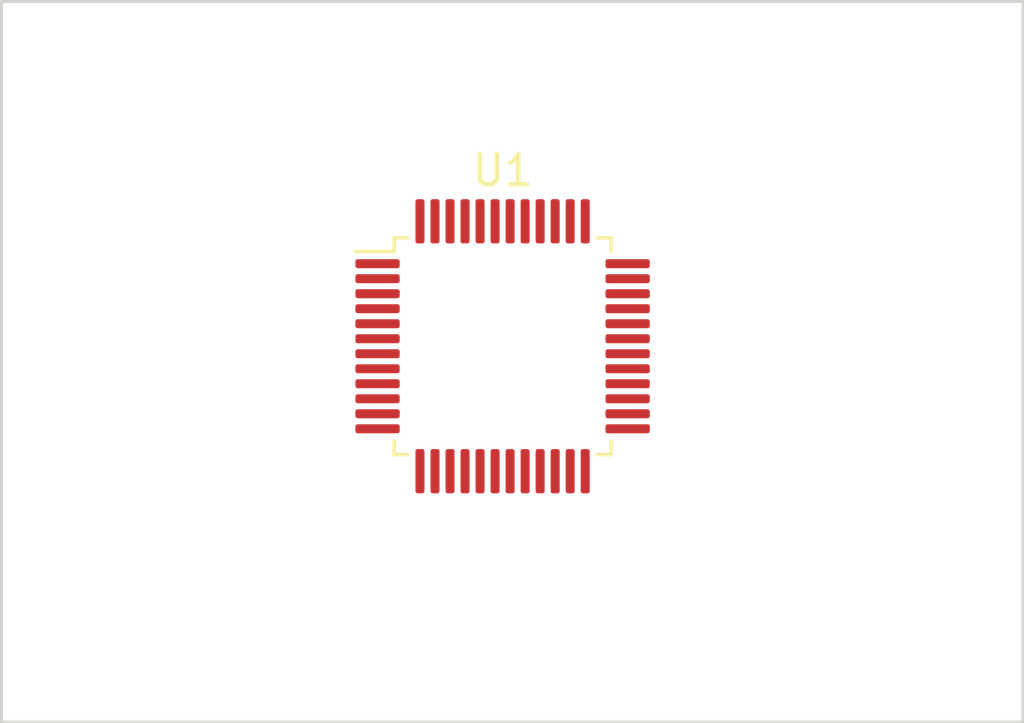
<source format=kicad_pcb>
(kicad_pcb (version 20221018) (generator pcbnew)
  (layers (0 "F.Cu" signal) (31 "B.Cu" signal) (34 "B.Paste" user) (35 "F.Paste" user) (36 "B.SilkS" user "B.Silkscreen") (37 "F.SilkS" user "F.Silkscreen") (38 "B.Mask" user) (39 "F.Mask" user) (44 "Edge.Cuts" user))
  (net 0 "")
  (footprint "Package_QFP:LQFP-48_7x7mm_P0.5mm" (layer "F.Cu") (at 136.6805 91.484)
    (fp_text reference "U1" (at 0 -5.85) (layer "F.SilkS"))
    (fp_text value "STM32G071C8Tx")
    (fp_line (start -3.61 -3.61) (end -3.61 -3.16) (stroke (width 0.12)) (layer "F.SilkS"))
    (fp_line (start -3.61 -3.16) (end -4.9 -3.16) (stroke (width 0.12)) (layer "F.SilkS"))
    (fp_line (start -3.61 3.61) (end -3.61 3.16) (stroke (width 0.12)) (layer "F.SilkS"))
    (fp_line (start -3.16 -3.61) (end -3.61 -3.61) (stroke (width 0.12)) (layer "F.SilkS"))
    (fp_line (start -3.16 3.61) (end -3.61 3.61) (stroke (width 0.12)) (layer "F.SilkS"))
    (fp_line (start 3.16 -3.61) (end 3.61 -3.61) (stroke (width 0.12)) (layer "F.SilkS"))
    (fp_line (start 3.16 3.61) (end 3.61 3.61) (stroke (width 0.12)) (layer "F.SilkS"))
    (fp_line (start 3.61 -3.61) (end 3.61 -3.16) (stroke (width 0.12)) (layer "F.SilkS"))
    (fp_line (start 3.61 3.61) (end 3.61 3.16) (stroke (width 0.12)) (layer "F.SilkS"))
    (pad "1" smd roundrect (at -4.1625 -2.75) (size 1.475 0.3) (layers "F.Cu" "F.Paste" "F.Mask"))
    (pad "2" smd roundrect (at -4.1625 -2.25) (size 1.475 0.3) (layers "F.Cu" "F.Paste" "F.Mask"))
    (pad "3" smd roundrect (at -4.1625 -1.75) (size 1.475 0.3) (layers "F.Cu" "F.Paste" "F.Mask"))
    (pad "4" smd roundrect (at -4.1625 -1.25) (size 1.475 0.3) (layers "F.Cu" "F.Paste" "F.Mask"))
    (pad "5" smd roundrect (at -4.1625 -0.75) (size 1.475 0.3) (layers "F.Cu" "F.Paste" "F.Mask"))
    (pad "6" smd roundrect (at -4.1625 -0.25) (size 1.475 0.3) (layers "F.Cu" "F.Paste" "F.Mask"))
    (pad "7" smd roundrect (at -4.1625 0.25) (size 1.475 0.3) (layers "F.Cu" "F.Paste" "F.Mask"))
    (pad "8" smd roundrect (at -4.1625 0.75) (size 1.475 0.3) (layers "F.Cu" "F.Paste" "F.Mask"))
    (pad "9" smd roundrect (at -4.1625 1.25) (size 1.475 0.3) (layers "F.Cu" "F.Paste" "F.Mask"))
    (pad "10" smd roundrect (at -4.1625 1.75) (size 1.475 0.3) (layers "F.Cu" "F.Paste" "F.Mask"))
    (pad "11" smd roundrect (at -4.1625 2.25) (size 1.475 0.3) (layers "F.Cu" "F.Paste" "F.Mask"))
    (pad "12" smd roundrect (at -4.1625 2.75) (size 1.475 0.3) (layers "F.Cu" "F.Paste" "F.Mask"))
    (pad "13" smd roundrect (at -2.75 4.1625) (size 0.3 1.475) (layers "F.Cu" "F.Paste" "F.Mask"))
    (pad "14" smd roundrect (at -2.25 4.1625) (size 0.3 1.475) (layers "F.Cu" "F.Paste" "F.Mask"))
    (pad "15" smd roundrect (at -1.75 4.1625) (size 0.3 1.475) (layers "F.Cu" "F.Paste" "F.Mask"))
    (pad "16" smd roundrect (at -1.25 4.1625) (size 0.3 1.475) (layers "F.Cu" "F.Paste" "F.Mask"))
    (pad "17" smd roundrect (at -0.75 4.1625) (size 0.3 1.475) (layers "F.Cu" "F.Paste" "F.Mask"))
    (pad "18" smd roundrect (at -0.25 4.1625) (size 0.3 1.475) (layers "F.Cu" "F.Paste" "F.Mask"))
    (pad "19" smd roundrect (at 0.25 4.1625) (size 0.3 1.475) (layers "F.Cu" "F.Paste" "F.Mask"))
    (pad "20" smd roundrect (at 0.75 4.1625) (size 0.3 1.475) (layers "F.Cu" "F.Paste" "F.Mask"))
    (pad "21" smd roundrect (at 1.25 4.1625) (size 0.3 1.475) (layers "F.Cu" "F.Paste" "F.Mask"))
    (pad "22" smd roundrect (at 1.75 4.1625) (size 0.3 1.475) (layers "F.Cu" "F.Paste" "F.Mask"))
    (pad "23" smd roundrect (at 2.25 4.1625) (size 0.3 1.475) (layers "F.Cu" "F.Paste" "F.Mask"))
    (pad "24" smd roundrect (at 2.75 4.1625) (size 0.3 1.475) (layers "F.Cu" "F.Paste" "F.Mask"))
    (pad "25" smd roundrect (at 4.1625 2.75) (size 1.475 0.3) (layers "F.Cu" "F.Paste" "F.Mask"))
    (pad "26" smd roundrect (at 4.1625 2.25) (size 1.475 0.3) (layers "F.Cu" "F.Paste" "F.Mask"))
    (pad "27" smd roundrect (at 4.1625 1.75) (size 1.475 0.3) (layers "F.Cu" "F.Paste" "F.Mask"))
    (pad "28" smd roundrect (at 4.1625 1.25) (size 1.475 0.3) (layers "F.Cu" "F.Paste" "F.Mask"))
    (pad "29" smd roundrect (at 4.1625 0.75) (size 1.475 0.3) (layers "F.Cu" "F.Paste" "F.Mask"))
    (pad "30" smd roundrect (at 4.1625 0.25) (size 1.475 0.3) (layers "F.Cu" "F.Paste" "F.Mask"))
    (pad "31" smd roundrect (at 4.1625 -0.25) (size 1.475 0.3) (layers "F.Cu" "F.Paste" "F.Mask"))
    (pad "32" smd roundrect (at 4.1625 -0.75) (size 1.475 0.3) (layers "F.Cu" "F.Paste" "F.Mask"))
    (pad "33" smd roundrect (at 4.1625 -1.25) (size 1.475 0.3) (layers "F.Cu" "F.Paste" "F.Mask"))
    (pad "34" smd roundrect (at 4.1625 -1.75) (size 1.475 0.3) (layers "F.Cu" "F.Paste" "F.Mask"))
    (pad "35" smd roundrect (at 4.1625 -2.25) (size 1.475 0.3) (layers "F.Cu" "F.Paste" "F.Mask"))
    (pad "36" smd roundrect (at 4.1625 -2.75) (size 1.475 0.3) (layers "F.Cu" "F.Paste" "F.Mask"))
    (pad "37" smd roundrect (at 2.75 -4.1625) (size 0.3 1.475) (layers "F.Cu" "F.Paste" "F.Mask"))
    (pad "38" smd roundrect (at 2.25 -4.1625) (size 0.3 1.475) (layers "F.Cu" "F.Paste" "F.Mask"))
    (pad "39" smd roundrect (at 1.75 -4.1625) (size 0.3 1.475) (layers "F.Cu" "F.Paste" "F.Mask"))
    (pad "40" smd roundrect (at 1.25 -4.1625) (size 0.3 1.475) (layers "F.Cu" "F.Paste" "F.Mask"))
    (pad "41" smd roundrect (at 0.75 -4.1625) (size 0.3 1.475) (layers "F.Cu" "F.Paste" "F.Mask"))
    (pad "42" smd roundrect (at 0.25 -4.1625) (size 0.3 1.475) (layers "F.Cu" "F.Paste" "F.Mask"))
    (pad "43" smd roundrect (at -0.25 -4.1625) (size 0.3 1.475) (layers "F.Cu" "F.Paste" "F.Mask"))
    (pad "44" smd roundrect (at -0.75 -4.1625) (size 0.3 1.475) (layers "F.Cu" "F.Paste" "F.Mask"))
    (pad "45" smd roundrect (at -1.25 -4.1625) (size 0.3 1.475) (layers "F.Cu" "F.Paste" "F.Mask"))
    (pad "46" smd roundrect (at -1.75 -4.1625) (size 0.3 1.475) (layers "F.Cu" "F.Paste" "F.Mask"))
    (pad "47" smd roundrect (at -2.25 -4.1625) (size 0.3 1.475) (layers "F.Cu" "F.Paste" "F.Mask"))
    (pad "48" smd roundrect (at -2.75 -4.1625) (size 0.3 1.475) (layers "F.Cu" "F.Paste" "F.Mask"))
  )
  (gr_line (start 154 104) (end 120 104) (stroke (width 0.1)) (layer "Edge.Cuts"))
  (gr_line (start 120 104) (end 120 80) (stroke (width 0.1)) (layer "Edge.Cuts"))
  (gr_line (start 154 80) (end 154 104) (stroke (width 0.1)) (layer "Edge.Cuts"))
  (gr_line (start 120 80) (end 154 80) (stroke (width 0.1)) (layer "Edge.Cuts"))
)
</source>
